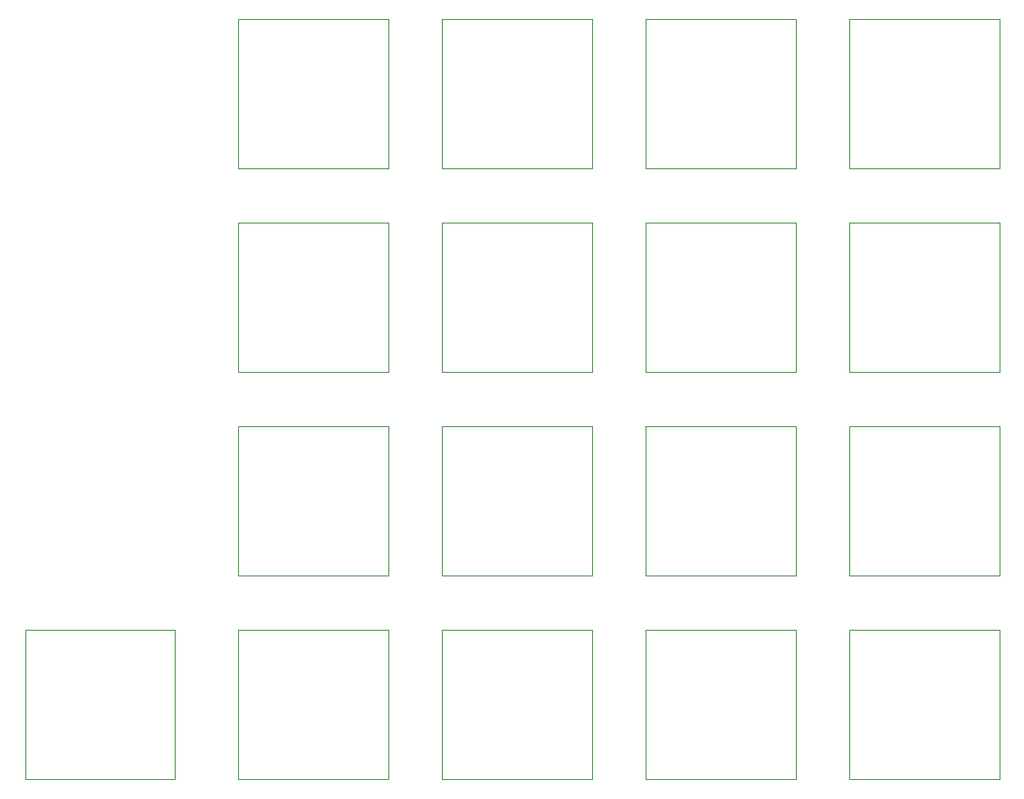
<source format=gbr>
G04 #@! TF.GenerationSoftware,KiCad,Pcbnew,9.0.7*
G04 #@! TF.CreationDate,2026-01-18T21:54:30+01:00*
G04 #@! TF.ProjectId,dumbpad,64756d62-7061-4642-9e6b-696361645f70,rev?*
G04 #@! TF.SameCoordinates,Original*
G04 #@! TF.FileFunction,Other,ECO2*
%FSLAX46Y46*%
G04 Gerber Fmt 4.6, Leading zero omitted, Abs format (unit mm)*
G04 Created by KiCad (PCBNEW 9.0.7) date 2026-01-18 21:54:30*
%MOMM*%
%LPD*%
G01*
G04 APERTURE LIST*
%ADD10C,0.100000*%
G04 APERTURE END LIST*
D10*
X180151100Y-126403600D02*
X194151100Y-126403600D01*
X194151100Y-140403600D01*
X180151100Y-140403600D01*
X180151100Y-126403600D01*
X180151100Y-69253600D02*
X194151100Y-69253600D01*
X194151100Y-83253600D01*
X180151100Y-83253600D01*
X180151100Y-69253600D01*
X123001100Y-126403600D02*
X137001100Y-126403600D01*
X137001100Y-140403600D01*
X123001100Y-140403600D01*
X123001100Y-126403600D01*
X103051100Y-126403600D02*
X117051100Y-126403600D01*
X117051100Y-140403600D01*
X103051100Y-140403600D01*
X103051100Y-126403600D01*
X123001100Y-69253600D02*
X137001100Y-69253600D01*
X137001100Y-83253600D01*
X123001100Y-83253600D01*
X123001100Y-69253600D01*
X180151100Y-107353600D02*
X194151100Y-107353600D01*
X194151100Y-121353600D01*
X180151100Y-121353600D01*
X180151100Y-107353600D01*
X123001100Y-107353600D02*
X137001100Y-107353600D01*
X137001100Y-121353600D01*
X123001100Y-121353600D01*
X123001100Y-107353600D01*
X142051100Y-126403600D02*
X156051100Y-126403600D01*
X156051100Y-140403600D01*
X142051100Y-140403600D01*
X142051100Y-126403600D01*
X161101100Y-126403600D02*
X175101100Y-126403600D01*
X175101100Y-140403600D01*
X161101100Y-140403600D01*
X161101100Y-126403600D01*
X142051100Y-107353600D02*
X156051100Y-107353600D01*
X156051100Y-121353600D01*
X142051100Y-121353600D01*
X142051100Y-107353600D01*
X161101100Y-88303600D02*
X175101100Y-88303600D01*
X175101100Y-102303600D01*
X161101100Y-102303600D01*
X161101100Y-88303600D01*
X123001100Y-88303600D02*
X137001100Y-88303600D01*
X137001100Y-102303600D01*
X123001100Y-102303600D01*
X123001100Y-88303600D01*
X161101100Y-107353600D02*
X175101100Y-107353600D01*
X175101100Y-121353600D01*
X161101100Y-121353600D01*
X161101100Y-107353600D01*
X180151100Y-88303600D02*
X194151100Y-88303600D01*
X194151100Y-102303600D01*
X180151100Y-102303600D01*
X180151100Y-88303600D01*
X142051100Y-88303600D02*
X156051100Y-88303600D01*
X156051100Y-102303600D01*
X142051100Y-102303600D01*
X142051100Y-88303600D01*
X161101100Y-69253600D02*
X175101100Y-69253600D01*
X175101100Y-83253600D01*
X161101100Y-83253600D01*
X161101100Y-69253600D01*
X142051100Y-69253600D02*
X156051100Y-69253600D01*
X156051100Y-83253600D01*
X142051100Y-83253600D01*
X142051100Y-69253600D01*
M02*

</source>
